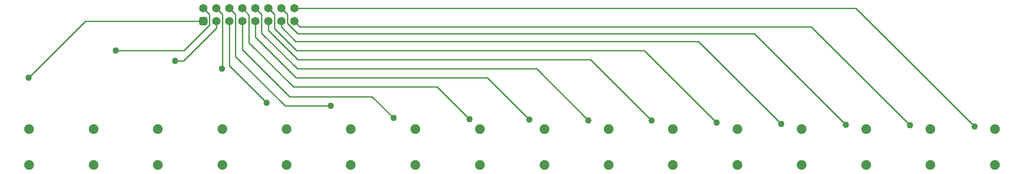
<source format=gbl>
G04*
G04 #@! TF.GenerationSoftware,Altium Limited,Altium Designer,23.8.1 (32)*
G04*
G04 Layer_Physical_Order=2*
G04 Layer_Color=16711680*
%FSLAX44Y44*%
%MOMM*%
G71*
G04*
G04 #@! TF.SameCoordinates,9B7DD0FC-F728-475A-84FD-1554B911927E*
G04*
G04*
G04 #@! TF.FilePolarity,Positive*
G04*
G01*
G75*
%ADD13C,0.2540*%
%ADD28C,1.8999*%
%ADD29C,1.6500*%
G04:AMPARAMS|DCode=30|XSize=1.65mm|YSize=1.65mm|CornerRadius=0.4125mm|HoleSize=0mm|Usage=FLASHONLY|Rotation=0.000|XOffset=0mm|YOffset=0mm|HoleType=Round|Shape=RoundedRectangle|*
%AMROUNDEDRECTD30*
21,1,1.6500,0.8250,0,0,0.0*
21,1,0.8250,1.6500,0,0,0.0*
1,1,0.8250,0.4125,-0.4125*
1,1,0.8250,-0.4125,-0.4125*
1,1,0.8250,-0.4125,0.4125*
1,1,0.8250,0.4125,0.4125*
%
%ADD30ROUNDEDRECTD30*%
%ADD31C,1.2700*%
D13*
X584970Y337050D02*
X1371100D01*
X556760Y365260D02*
X584970Y337050D01*
X556760Y365260D02*
Y376420D01*
X586240Y319270D02*
X1265690D01*
X543420Y362090D02*
X586240Y319270D01*
X543420Y362090D02*
Y389760D01*
X589074Y301490D02*
X1160280D01*
X531360Y359204D02*
Y376420D01*
Y359204D02*
X589074Y301490D01*
X588010Y283210D02*
X1055370D01*
X518020Y353200D02*
X588010Y283210D01*
X518020Y353200D02*
Y389760D01*
X585470Y265430D02*
X958800D01*
X505960Y344940D02*
Y376420D01*
Y344940D02*
X585470Y265430D01*
X493900Y334140D02*
Y388480D01*
X580390Y247650D02*
X861060D01*
X493900Y334140D02*
X580390Y247650D01*
X480560Y320810D02*
X572770Y228600D01*
X480560Y320810D02*
Y376420D01*
X572770Y228600D02*
X734060D01*
X467220Y307480D02*
X564250Y210450D01*
X467220Y307480D02*
Y389760D01*
X564250Y210450D02*
X653150D01*
X349250Y298450D02*
X365596D01*
X429760Y362615D01*
Y376420D01*
X592820Y365760D02*
X1591310D01*
X1784350Y172720D01*
X582160Y376420D02*
X592820Y365760D01*
X1371100Y337050D02*
X1532890Y175260D01*
X1265690Y319270D02*
X1407160Y177800D01*
X1160280Y301490D02*
X1280160Y181610D01*
X1055370Y283210D02*
X1156690Y181890D01*
X958800Y265430D02*
X1041110Y183120D01*
X861060Y247650D02*
X924560Y184150D01*
X734060Y228600D02*
X775970Y186690D01*
X1679150Y401820D02*
X1911070Y169900D01*
X582160Y401820D02*
X1679150D01*
X589275Y352250D02*
X1481070D01*
X568820Y372705D02*
X589275Y352250D01*
X1481070D02*
X1659610Y173710D01*
X568820Y372705D02*
Y389760D01*
X556760Y401820D02*
X568820Y389760D01*
X531360Y401820D02*
X543420Y389760D01*
X505960Y401820D02*
X518020Y389760D01*
X480560Y401820D02*
X493900Y388480D01*
X455160Y401820D02*
X467220Y389760D01*
X455160Y289060D02*
Y376420D01*
Y289060D02*
X528040Y216180D01*
X441820Y284340D02*
Y389760D01*
X440690Y283210D02*
X441820Y284340D01*
X429760Y401820D02*
X441820Y389760D01*
X366182Y318770D02*
X416420Y369008D01*
X233680Y318770D02*
X366182D01*
X416420Y369008D02*
Y389760D01*
X404360Y401820D02*
X416420Y389760D01*
X63500Y265430D02*
X174490Y376420D01*
X404360D01*
D28*
X1071110Y94480D02*
D03*
Y164480D02*
D03*
X692650Y94579D02*
D03*
Y164579D02*
D03*
X1950570Y94579D02*
D03*
Y164579D02*
D03*
X1824840Y94579D02*
D03*
Y164579D02*
D03*
X1699110Y94579D02*
D03*
Y164579D02*
D03*
X1573380Y94579D02*
D03*
Y164579D02*
D03*
X1447650Y94579D02*
D03*
Y164579D02*
D03*
X1321920Y94579D02*
D03*
Y164579D02*
D03*
X1196190Y94579D02*
D03*
Y164579D02*
D03*
X944730Y94579D02*
D03*
Y164579D02*
D03*
X819000Y94579D02*
D03*
Y164579D02*
D03*
X567540Y94579D02*
D03*
Y164579D02*
D03*
X441810Y94579D02*
D03*
Y164579D02*
D03*
X316080Y94579D02*
D03*
Y164579D02*
D03*
X190350Y94579D02*
D03*
Y164579D02*
D03*
X64620Y94579D02*
D03*
Y164579D02*
D03*
D29*
X582160Y401820D02*
D03*
X556760D02*
D03*
X582160Y376420D02*
D03*
X556760D02*
D03*
X480560Y401820D02*
D03*
Y376420D02*
D03*
X455160Y401820D02*
D03*
Y376420D02*
D03*
X404360Y401820D02*
D03*
X429760Y376420D02*
D03*
Y401820D02*
D03*
X505960Y376420D02*
D03*
Y401820D02*
D03*
X531360Y376420D02*
D03*
Y401820D02*
D03*
D30*
X404360Y376420D02*
D03*
D31*
X349250Y298450D02*
D03*
X1911070Y169900D02*
D03*
X1532890Y175260D02*
D03*
X1784350Y172720D02*
D03*
X1659610Y173710D02*
D03*
X1407160Y177800D02*
D03*
X1280160Y181610D02*
D03*
X1156690Y181890D02*
D03*
X1041110Y183120D02*
D03*
X924560Y184150D02*
D03*
X775970Y186690D02*
D03*
X653150Y210450D02*
D03*
X528040Y216180D02*
D03*
X440690Y283210D02*
D03*
X233680Y318770D02*
D03*
X63500Y265430D02*
D03*
M02*

</source>
